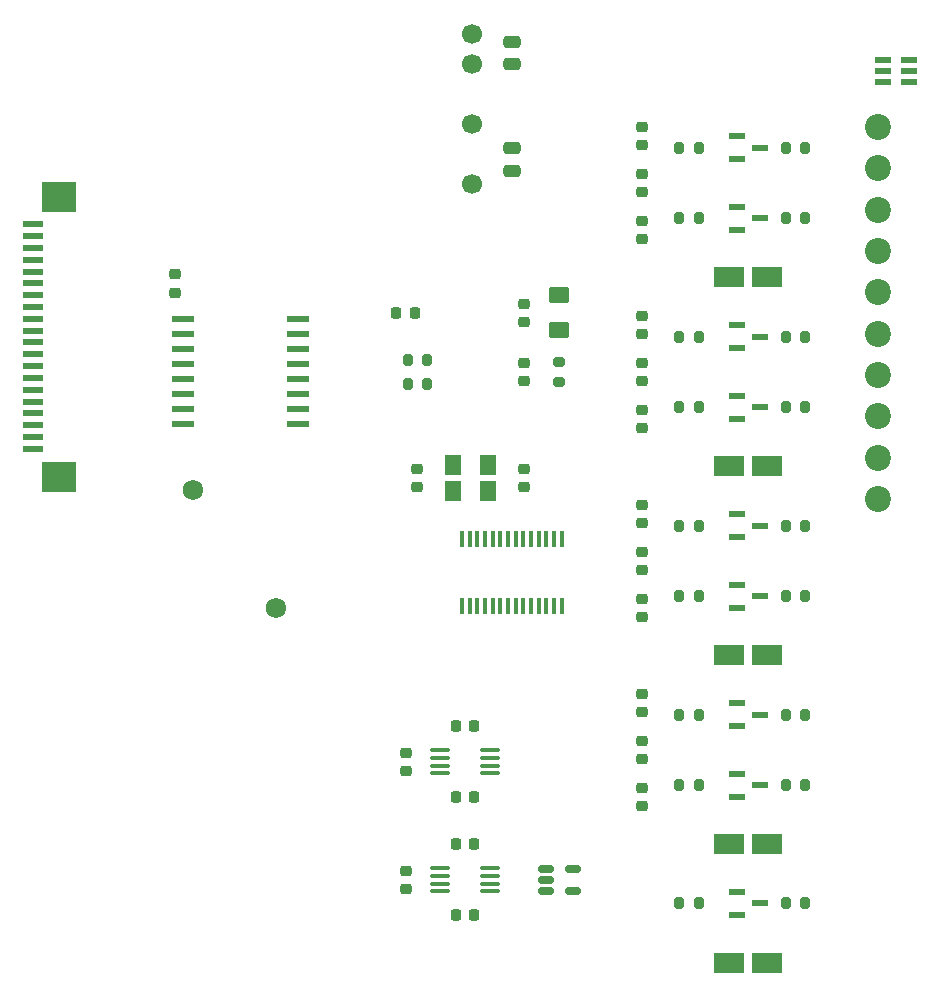
<source format=gbr>
%TF.GenerationSoftware,KiCad,Pcbnew,9.0.3*%
%TF.CreationDate,2025-07-19T20:22:36+03:00*%
%TF.ProjectId,PMCNV-AI4T,504d434e-562d-4414-9934-542e6b696361,rev?*%
%TF.SameCoordinates,Original*%
%TF.FileFunction,Soldermask,Top*%
%TF.FilePolarity,Negative*%
%FSLAX46Y46*%
G04 Gerber Fmt 4.6, Leading zero omitted, Abs format (unit mm)*
G04 Created by KiCad (PCBNEW 9.0.3) date 2025-07-19 20:22:36*
%MOMM*%
%LPD*%
G01*
G04 APERTURE LIST*
G04 Aperture macros list*
%AMRoundRect*
0 Rectangle with rounded corners*
0 $1 Rounding radius*
0 $2 $3 $4 $5 $6 $7 $8 $9 X,Y pos of 4 corners*
0 Add a 4 corners polygon primitive as box body*
4,1,4,$2,$3,$4,$5,$6,$7,$8,$9,$2,$3,0*
0 Add four circle primitives for the rounded corners*
1,1,$1+$1,$2,$3*
1,1,$1+$1,$4,$5*
1,1,$1+$1,$6,$7*
1,1,$1+$1,$8,$9*
0 Add four rect primitives between the rounded corners*
20,1,$1+$1,$2,$3,$4,$5,0*
20,1,$1+$1,$4,$5,$6,$7,0*
20,1,$1+$1,$6,$7,$8,$9,0*
20,1,$1+$1,$8,$9,$2,$3,0*%
G04 Aperture macros list end*
%ADD10RoundRect,0.200000X-0.200000X-0.275000X0.200000X-0.275000X0.200000X0.275000X-0.200000X0.275000X0*%
%ADD11R,1.397000X1.738275*%
%ADD12RoundRect,0.225000X-0.250000X0.225000X-0.250000X-0.225000X0.250000X-0.225000X0.250000X0.225000X0*%
%ADD13RoundRect,0.225000X0.250000X-0.225000X0.250000X0.225000X-0.250000X0.225000X-0.250000X-0.225000X0*%
%ADD14RoundRect,0.225000X0.225000X0.250000X-0.225000X0.250000X-0.225000X-0.250000X0.225000X-0.250000X0*%
%ADD15C,1.725000*%
%ADD16R,1.422400X0.558800*%
%ADD17R,2.565400X1.651000*%
%ADD18R,1.854200X0.482600*%
%ADD19RoundRect,0.200000X-0.275000X0.200000X-0.275000X-0.200000X0.275000X-0.200000X0.275000X0.200000X0*%
%ADD20C,1.700000*%
%ADD21R,1.473200X0.558800*%
%ADD22RoundRect,0.250000X0.475000X-0.250000X0.475000X0.250000X-0.475000X0.250000X-0.475000X-0.250000X0*%
%ADD23RoundRect,0.100000X-0.712500X-0.100000X0.712500X-0.100000X0.712500X0.100000X-0.712500X0.100000X0*%
%ADD24R,1.800000X0.600000*%
%ADD25R,3.000000X2.600000*%
%ADD26RoundRect,0.200000X0.200000X0.275000X-0.200000X0.275000X-0.200000X-0.275000X0.200000X-0.275000X0*%
%ADD27R,0.355600X1.473200*%
%ADD28C,2.200000*%
%ADD29RoundRect,0.150000X-0.512500X-0.150000X0.512500X-0.150000X0.512500X0.150000X-0.512500X0.150000X0*%
%ADD30RoundRect,0.250001X0.624999X-0.462499X0.624999X0.462499X-0.624999X0.462499X-0.624999X-0.462499X0*%
%ADD31RoundRect,0.250000X-0.475000X0.250000X-0.475000X-0.250000X0.475000X-0.250000X0.475000X0.250000X0*%
G04 APERTURE END LIST*
D10*
%TO.C,R4*%
X18175000Y30000000D03*
X19825000Y30000000D03*
%TD*%
D11*
%TO.C,C10*%
X2000000Y6913337D03*
X2000000Y9086663D03*
%TD*%
D10*
%TO.C,R16*%
X27175000Y-2000000D03*
X28825000Y-2000000D03*
%TD*%
D12*
%TO.C,C13*%
X-5000000Y-15225000D03*
X-5000000Y-16775000D03*
%TD*%
D13*
%TO.C,C28*%
X15000000Y-11775000D03*
X15000000Y-10225000D03*
%TD*%
%TO.C,C9*%
X5000000Y16225000D03*
X5000000Y17775000D03*
%TD*%
D14*
%TO.C,C15*%
X775000Y-29000000D03*
X-775000Y-29000000D03*
%TD*%
D13*
%TO.C,C7*%
X-4000000Y7225000D03*
X-4000000Y8775000D03*
%TD*%
D15*
%TO.C,U4*%
X-23000000Y7000000D03*
%TD*%
D13*
%TO.C,C25*%
X15000000Y4225000D03*
X15000000Y5775000D03*
%TD*%
D16*
%TO.C,U9*%
X23034800Y36952500D03*
X23034800Y35047500D03*
X24965200Y36000000D03*
%TD*%
D17*
%TO.C,D2*%
X22387100Y-33000000D03*
X25612900Y-33000000D03*
%TD*%
D10*
%TO.C,R18*%
X18175000Y-18000000D03*
X19825000Y-18000000D03*
%TD*%
D18*
%TO.C,U7*%
X-23876800Y21445000D03*
X-23876800Y20175000D03*
X-23876800Y18905000D03*
X-23876800Y17635000D03*
X-23876800Y16365000D03*
X-23876800Y15095000D03*
X-23876800Y13825000D03*
X-23876800Y12555000D03*
X-14123200Y12555000D03*
X-14123200Y13825000D03*
X-14123200Y15095000D03*
X-14123200Y16365000D03*
X-14123200Y17635000D03*
X-14123200Y18905000D03*
X-14123200Y20175000D03*
X-14123200Y21445000D03*
%TD*%
D16*
%TO.C,U14*%
X23034800Y4952500D03*
X23034800Y3047500D03*
X24965200Y4000000D03*
%TD*%
D10*
%TO.C,R5*%
X27175000Y30000000D03*
X28825000Y30000000D03*
%TD*%
D19*
%TO.C,R3*%
X8000000Y17825000D03*
X8000000Y16175000D03*
%TD*%
D16*
%TO.C,U12*%
X23034800Y20952500D03*
X23034800Y19047500D03*
X24965200Y20000000D03*
%TD*%
D10*
%TO.C,R10*%
X18175000Y14000000D03*
X19825000Y14000000D03*
%TD*%
D14*
%TO.C,C5*%
X-4225000Y22000000D03*
X-5775000Y22000000D03*
%TD*%
D16*
%TO.C,U16*%
X23034800Y-11047500D03*
X23034800Y-12952500D03*
X24965200Y-12000000D03*
%TD*%
D17*
%TO.C,D1*%
X22387100Y25000000D03*
X25612900Y25000000D03*
%TD*%
D13*
%TO.C,C3*%
X-24500000Y23725000D03*
X-24500000Y25275000D03*
%TD*%
D10*
%TO.C,R8*%
X27175000Y-28000000D03*
X28825000Y-28000000D03*
%TD*%
D12*
%TO.C,C19*%
X15000000Y29775000D03*
X15000000Y28225000D03*
%TD*%
D10*
%TO.C,R9*%
X18175000Y-28000000D03*
X19825000Y-28000000D03*
%TD*%
D20*
%TO.C,PS1*%
X625000Y45615000D03*
X625000Y43075000D03*
X625000Y37995000D03*
X625000Y32915000D03*
%TD*%
D21*
%TO.C,U18*%
X37617600Y41549999D03*
X37617600Y42500000D03*
X37617600Y43450001D03*
X35382400Y43450001D03*
X35382400Y42500000D03*
X35382400Y41549999D03*
%TD*%
D22*
%TO.C,C2*%
X4000000Y34050000D03*
X4000000Y35950000D03*
%TD*%
D16*
%TO.C,U10*%
X23034800Y-27047500D03*
X23034800Y-28952500D03*
X24965200Y-28000000D03*
%TD*%
D12*
%TO.C,C14*%
X-5000000Y-25225000D03*
X-5000000Y-26775000D03*
%TD*%
D16*
%TO.C,U11*%
X23034800Y14952500D03*
X23034800Y13047500D03*
X24965200Y14000000D03*
%TD*%
D13*
%TO.C,C22*%
X15000000Y20225000D03*
X15000000Y21775000D03*
%TD*%
D10*
%TO.C,R21*%
X27175000Y-12000000D03*
X28825000Y-12000000D03*
%TD*%
D11*
%TO.C,C8*%
X-1000000Y6913337D03*
X-1000000Y9086663D03*
%TD*%
D14*
%TO.C,C16*%
X775000Y-23000000D03*
X-775000Y-23000000D03*
%TD*%
D13*
%TO.C,C12*%
X5000000Y7225000D03*
X5000000Y8775000D03*
%TD*%
D12*
%TO.C,C20*%
X15000000Y13775000D03*
X15000000Y12225000D03*
%TD*%
%TO.C,C11*%
X5000000Y22775000D03*
X5000000Y21225000D03*
%TD*%
D17*
%TO.C,D3*%
X22387100Y9000000D03*
X25612900Y9000000D03*
%TD*%
D13*
%TO.C,C17*%
X15000000Y36225000D03*
X15000000Y37775000D03*
%TD*%
D10*
%TO.C,R17*%
X27175000Y4000000D03*
X28825000Y4000000D03*
%TD*%
%TO.C,R6*%
X18175000Y36000000D03*
X19825000Y36000000D03*
%TD*%
%TO.C,R13*%
X27175000Y20000000D03*
X28825000Y20000000D03*
%TD*%
D13*
%TO.C,C21*%
X15000000Y16225000D03*
X15000000Y17775000D03*
%TD*%
%TO.C,C24*%
X15000000Y225000D03*
X15000000Y1775000D03*
%TD*%
D14*
%TO.C,C6*%
X775000Y-13000000D03*
X-775000Y-13000000D03*
%TD*%
D13*
%TO.C,C18*%
X15000000Y32225000D03*
X15000000Y33775000D03*
%TD*%
D17*
%TO.C,D4*%
X22387100Y-7000000D03*
X25612900Y-7000000D03*
%TD*%
D23*
%TO.C,U6*%
X-2112500Y-15025000D03*
X-2112500Y-15675000D03*
X-2112500Y-16325000D03*
X-2112500Y-16975000D03*
X2112500Y-16975000D03*
X2112500Y-16325000D03*
X2112500Y-15675000D03*
X2112500Y-15025000D03*
%TD*%
D24*
%TO.C,JM1*%
X-36546000Y10500000D03*
X-36546000Y11500000D03*
X-36546000Y12500000D03*
X-36546000Y13500000D03*
X-36546000Y14500000D03*
X-36546000Y15500000D03*
X-36546000Y16500000D03*
X-36546000Y17500000D03*
X-36546000Y18500000D03*
X-36546000Y19500000D03*
X-36546000Y20500000D03*
X-36546000Y21500000D03*
X-36546000Y22500000D03*
X-36546000Y23500000D03*
X-36546000Y24500000D03*
X-36546000Y25500000D03*
X-36546000Y26500000D03*
X-36546000Y27500000D03*
X-36546000Y28500000D03*
X-36546000Y29500000D03*
D25*
X-34375000Y8150000D03*
X-34375000Y31850000D03*
%TD*%
D10*
%TO.C,R11*%
X18175000Y20000000D03*
X19825000Y20000000D03*
%TD*%
%TO.C,R7*%
X27175000Y36000000D03*
X28825000Y36000000D03*
%TD*%
D26*
%TO.C,R1*%
X-3175000Y18000000D03*
X-4825000Y18000000D03*
%TD*%
D23*
%TO.C,U3*%
X-2112500Y-25025000D03*
X-2112500Y-25675000D03*
X-2112500Y-26325000D03*
X-2112500Y-26975000D03*
X2112500Y-26975000D03*
X2112500Y-26325000D03*
X2112500Y-25675000D03*
X2112500Y-25025000D03*
%TD*%
D27*
%TO.C,U2*%
X-225000Y-2819400D03*
X425001Y-2819400D03*
X1075000Y-2819400D03*
X1725001Y-2819400D03*
X2374999Y-2819400D03*
X3025001Y-2819400D03*
X3674999Y-2819400D03*
X4324998Y-2819400D03*
X4974999Y-2819400D03*
X5624998Y-2819400D03*
X6274999Y-2819400D03*
X6924998Y-2819400D03*
X7574999Y-2819400D03*
X8224998Y-2819400D03*
X8225000Y2819400D03*
X7574999Y2819400D03*
X6925000Y2819400D03*
X6274999Y2819400D03*
X5625001Y2819400D03*
X4974999Y2819400D03*
X4325001Y2819400D03*
X3674999Y2819400D03*
X3025001Y2819400D03*
X2374999Y2819400D03*
X1725001Y2819400D03*
X1075000Y2819400D03*
X425001Y2819400D03*
X-225000Y2819400D03*
%TD*%
D10*
%TO.C,R20*%
X27175000Y-18000000D03*
X28825000Y-18000000D03*
%TD*%
D28*
%TO.C,J1*%
X35000000Y6250000D03*
X35000000Y9750000D03*
X35000000Y13250000D03*
X35000000Y16750000D03*
X35000000Y20250000D03*
X35000000Y23750000D03*
X35000000Y27250000D03*
X35000000Y30750000D03*
X35000000Y34250000D03*
X35000000Y37750000D03*
%TD*%
D29*
%TO.C,U17*%
X6862500Y-25050000D03*
X6862500Y-26000000D03*
X6862500Y-26950000D03*
X9137500Y-26950000D03*
X9137500Y-25050000D03*
%TD*%
D14*
%TO.C,C4*%
X775000Y-19000000D03*
X-775000Y-19000000D03*
%TD*%
D12*
%TO.C,C26*%
X15000000Y-18225000D03*
X15000000Y-19775000D03*
%TD*%
D10*
%TO.C,R15*%
X18175000Y4000000D03*
X19825000Y4000000D03*
%TD*%
D15*
%TO.C,U5*%
X-16000000Y-3000000D03*
%TD*%
D17*
%TO.C,D5*%
X22387100Y-23000000D03*
X25612900Y-23000000D03*
%TD*%
D16*
%TO.C,U13*%
X23034800Y-1047500D03*
X23034800Y-2952500D03*
X24965200Y-2000000D03*
%TD*%
%TO.C,U15*%
X23034800Y-17047500D03*
X23034800Y-18952500D03*
X24965200Y-18000000D03*
%TD*%
D30*
%TO.C,L1*%
X8000000Y20512500D03*
X8000000Y23487500D03*
%TD*%
D26*
%TO.C,R2*%
X-3175000Y16000000D03*
X-4825000Y16000000D03*
%TD*%
D13*
%TO.C,C27*%
X15000000Y-15775000D03*
X15000000Y-14225000D03*
%TD*%
D16*
%TO.C,U8*%
X23034800Y30952500D03*
X23034800Y29047500D03*
X24965200Y30000000D03*
%TD*%
D10*
%TO.C,R19*%
X18175000Y-12000000D03*
X19825000Y-12000000D03*
%TD*%
%TO.C,R12*%
X27175000Y14000000D03*
X28825000Y14000000D03*
%TD*%
D12*
%TO.C,C23*%
X15000000Y-2225000D03*
X15000000Y-3775000D03*
%TD*%
D10*
%TO.C,R14*%
X18175000Y-2000000D03*
X19825000Y-2000000D03*
%TD*%
D31*
%TO.C,C1*%
X4000000Y44950000D03*
X4000000Y43050000D03*
%TD*%
M02*

</source>
